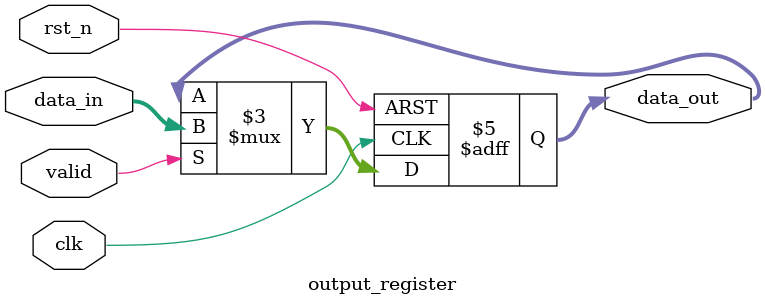
<source format=sv>
module decoder_sync #(
    parameter ADDR_WIDTH = 4,
    parameter DATA_WIDTH = 8
) (
    input clk,
    input rst_n,
    input [ADDR_WIDTH-1:0] addr,
    output [DATA_WIDTH-1:0] data
);

    // 内部信号定义
    wire [1:0] decode_sel;
    wire [DATA_WIDTH-1:0] data_next;
    wire data_valid;

    // 地址解码器实例化
    addr_decoder #(
        .ADDR_WIDTH(ADDR_WIDTH)
    ) addr_decoder_inst (
        .addr(addr),
        .decode_sel(decode_sel),
        .valid(data_valid)
    );

    // 数据生成器实例化
    data_generator #(
        .DATA_WIDTH(DATA_WIDTH)
    ) data_generator_inst (
        .decode_sel(decode_sel),
        .data_out(data_next)
    );

    // 输出寄存器实例化
    output_register #(
        .DATA_WIDTH(DATA_WIDTH)
    ) output_register_inst (
        .clk(clk),
        .rst_n(rst_n),
        .data_in(data_next),
        .valid(data_valid),
        .data_out(data)
    );

endmodule

// 地址解码器子模块
module addr_decoder #(
    parameter ADDR_WIDTH = 4
) (
    input [ADDR_WIDTH-1:0] addr,
    output reg [1:0] decode_sel,
    output reg valid
);

    always @(*) begin
        case(addr[3:0])
            4'h0: begin
                decode_sel = 2'b01;
                valid = 1'b1;
            end
            4'h4: begin
                decode_sel = 2'b10;
                valid = 1'b1;
            end
            default: begin
                decode_sel = 2'b00;
                valid = 1'b0;
            end
        endcase
    end

endmodule

// 数据生成器子模块
module data_generator #(
    parameter DATA_WIDTH = 8
) (
    input [1:0] decode_sel,
    output reg [DATA_WIDTH-1:0] data_out
);

    always @(*) begin
        case(decode_sel)
            2'b01: data_out = 8'h01;
            2'b10: data_out = 8'h02;
            default: data_out = 8'h00;
        endcase
    end

endmodule

// 输出寄存器子模块
module output_register #(
    parameter DATA_WIDTH = 8
) (
    input clk,
    input rst_n,
    input [DATA_WIDTH-1:0] data_in,
    input valid,
    output reg [DATA_WIDTH-1:0] data_out
);

    always @(posedge clk or negedge rst_n) begin
        if (!rst_n) begin
            data_out <= {DATA_WIDTH{1'b0}};
        end else if (valid) begin
            data_out <= data_in;
        end
    end

endmodule
</source>
